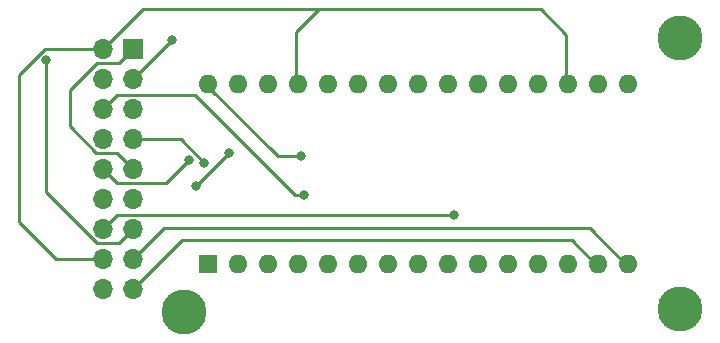
<source format=gbr>
%TF.GenerationSoftware,KiCad,Pcbnew,7.0.9*%
%TF.CreationDate,2023-12-31T16:38:03+01:00*%
%TF.ProjectId,ControlLineApp,436f6e74-726f-46c4-9c69-6e654170702e,1.0.1*%
%TF.SameCoordinates,Original*%
%TF.FileFunction,Copper,L1,Top*%
%TF.FilePolarity,Positive*%
%FSLAX46Y46*%
G04 Gerber Fmt 4.6, Leading zero omitted, Abs format (unit mm)*
G04 Created by KiCad (PCBNEW 7.0.9) date 2023-12-31 16:38:03*
%MOMM*%
%LPD*%
G01*
G04 APERTURE LIST*
%TA.AperFunction,ComponentPad*%
%ADD10C,3.800000*%
%TD*%
%TA.AperFunction,ComponentPad*%
%ADD11R,1.600000X1.600000*%
%TD*%
%TA.AperFunction,ComponentPad*%
%ADD12O,1.600000X1.600000*%
%TD*%
%TA.AperFunction,ComponentPad*%
%ADD13R,1.700000X1.700000*%
%TD*%
%TA.AperFunction,ComponentPad*%
%ADD14O,1.700000X1.700000*%
%TD*%
%TA.AperFunction,ViaPad*%
%ADD15C,0.800000*%
%TD*%
%TA.AperFunction,Conductor*%
%ADD16C,0.250000*%
%TD*%
G04 APERTURE END LIST*
D10*
%TO.P, ,1*%
%TO.N,N/C*%
X165000000Y-89000000D03*
%TD*%
D11*
%TO.P,A2,1,TX1*%
%TO.N,unconnected-(A2-TX1-Pad1)*%
X124968000Y-108204000D03*
D12*
%TO.P,A2,2,RX1*%
%TO.N,unconnected-(A2-RX1-Pad2)*%
X127508000Y-108204000D03*
%TO.P,A2,3,~{RESET}*%
%TO.N,unconnected-(A2-~{RESET}-Pad3)*%
X130048000Y-108204000D03*
%TO.P,A2,4,GND*%
%TO.N,GNDREF*%
X132588000Y-108204000D03*
%TO.P,A2,5,D2*%
%TO.N,UserButton*%
X135128000Y-108204000D03*
%TO.P,A2,6,D3*%
%TO.N,Net-(A2-D3)*%
X137668000Y-108204000D03*
%TO.P,A2,7,D4*%
%TO.N,unconnected-(A2-D4-Pad7)*%
X140208000Y-108204000D03*
%TO.P,A2,8,D5*%
%TO.N,unconnected-(A2-D5-Pad8)*%
X142748000Y-108204000D03*
%TO.P,A2,9,D6*%
%TO.N,unconnected-(A2-D6-Pad9)*%
X145288000Y-108204000D03*
%TO.P,A2,10,D7*%
%TO.N,unconnected-(A2-D7-Pad10)*%
X147828000Y-108204000D03*
%TO.P,A2,11,D8*%
%TO.N,SS_SPI*%
X150368000Y-108204000D03*
%TO.P,A2,12,D9*%
%TO.N,ServoPulse*%
X152908000Y-108204000D03*
%TO.P,A2,13,D10*%
%TO.N,unconnected-(A2-D10-Pad13)*%
X155448000Y-108204000D03*
%TO.P,A2,14,MOSI*%
%TO.N,MOSI_SPI*%
X157988000Y-108204000D03*
%TO.P,A2,15,MISO*%
%TO.N,MISO_SPI*%
X160528000Y-108204000D03*
%TO.P,A2,16,SCK*%
%TO.N,SCK_SPI*%
X160528000Y-92964000D03*
%TO.P,A2,17,3V3*%
%TO.N,unconnected-(A2-3V3-Pad17)*%
X157988000Y-92964000D03*
%TO.P,A2,18,AREF*%
%TO.N,+5V*%
X155448000Y-92964000D03*
%TO.P,A2,19,A0*%
%TO.N,Poti10K*%
X152908000Y-92964000D03*
%TO.P,A2,20,A1*%
%TO.N,VPCell_1*%
X150368000Y-92964000D03*
%TO.P,A2,21,A2*%
%TO.N,Net-(A2-A2)*%
X147828000Y-92964000D03*
%TO.P,A2,22,A3*%
%TO.N,unconnected-(A2-A3-Pad22)*%
X145288000Y-92964000D03*
%TO.P,A2,23,SDA/A4*%
%TO.N,SDA*%
X142748000Y-92964000D03*
%TO.P,A2,24,SCL/A5*%
%TO.N,SCL*%
X140208000Y-92964000D03*
%TO.P,A2,25,A6*%
%TO.N,unconnected-(A2-A6-Pad25)*%
X137668000Y-92964000D03*
%TO.P,A2,26,A7*%
%TO.N,unconnected-(A2-A7-Pad26)*%
X135128000Y-92964000D03*
%TO.P,A2,27,+5V*%
%TO.N,+5V*%
X132588000Y-92964000D03*
%TO.P,A2,28,~{RESET}*%
%TO.N,unconnected-(A2-~{RESET}-Pad28)*%
X130048000Y-92964000D03*
%TO.P,A2,29,GND*%
%TO.N,GNDREF*%
X127508000Y-92964000D03*
%TO.P,A2,30,VIN*%
%TO.N,VDD*%
X124968000Y-92964000D03*
%TD*%
D13*
%TO.P,J2,1,Pin_1*%
%TO.N,VDD*%
X118655000Y-90000000D03*
D14*
%TO.P,J2,2,Pin_2*%
%TO.N,+5V*%
X116115000Y-90000000D03*
%TO.P,J2,3,Pin_3*%
%TO.N,VPCell_1*%
X118655000Y-92540000D03*
%TO.P,J2,4,Pin_4*%
%TO.N,Poti10K*%
X116115000Y-92540000D03*
%TO.P,J2,5,Pin_5*%
%TO.N,GNDREF*%
X118655000Y-95080000D03*
%TO.P,J2,6,Pin_6*%
%TO.N,UserButton*%
X116115000Y-95080000D03*
%TO.P,J2,7,Pin_7*%
%TO.N,ServoPulse*%
X118655000Y-97620000D03*
%TO.P,J2,8,Pin_8*%
%TO.N,LED_A*%
X116115000Y-97620000D03*
%TO.P,J2,9,Pin_9*%
%TO.N,VDD*%
X118655000Y-100160000D03*
%TO.P,J2,10,Pin_10*%
%TO.N,SCL*%
X116115000Y-100160000D03*
%TO.P,J2,11,Pin_11*%
%TO.N,GNDREF*%
X118655000Y-102700000D03*
%TO.P,J2,12,Pin_12*%
%TO.N,SDA*%
X116115000Y-102700000D03*
%TO.P,J2,13,Pin_13*%
%TO.N,SCK_SPI*%
X118655000Y-105240000D03*
%TO.P,J2,14,Pin_14*%
%TO.N,SS_SPI*%
X116115000Y-105240000D03*
%TO.P,J2,15,Pin_15*%
%TO.N,MISO_SPI*%
X118655000Y-107780000D03*
%TO.P,J2,16,Pin_16*%
%TO.N,+5V*%
X116115000Y-107780000D03*
%TO.P,J2,17,Pin_17*%
%TO.N,MOSI_SPI*%
X118655000Y-110320000D03*
%TO.P,J2,18,Pin_18*%
%TO.N,GNDREF*%
X116115000Y-110320000D03*
%TD*%
D10*
%TO.P, ,1*%
%TO.N,N/C*%
X122936000Y-112268000D03*
%TD*%
%TO.P, ,1*%
%TO.N,N/C*%
X165000000Y-112000000D03*
%TD*%
D15*
%TO.N,VPCell_1*%
X121965500Y-89199500D03*
%TO.N,VDD*%
X132842000Y-99060000D03*
%TO.N,UserButton*%
X133096000Y-102362000D03*
%TO.N,SS_SPI*%
X145796000Y-104065000D03*
%TO.N,ServoPulse*%
X124695250Y-99586750D03*
%TO.N,SDA*%
X126746000Y-98806000D03*
X123952000Y-101600000D03*
%TO.N,SCL*%
X123420950Y-99337050D03*
%TO.N,SCK_SPI*%
X111256299Y-90936299D03*
%TD*%
D16*
%TO.N,Net-(A2-A2)*%
X147574000Y-92874000D02*
X147700000Y-93000000D01*
%TO.N,VPCell_1*%
X121965500Y-89199500D02*
X118625000Y-92540000D01*
%TO.N,VDD*%
X113284000Y-93472000D02*
X115570000Y-91186000D01*
X115559000Y-98795000D02*
X113284000Y-96520000D01*
X117260000Y-98795000D02*
X115559000Y-98795000D01*
X113284000Y-96520000D02*
X113284000Y-93472000D01*
X117439000Y-91186000D02*
X118625000Y-90000000D01*
X132842000Y-99060000D02*
X130900000Y-99060000D01*
X130900000Y-99060000D02*
X124840000Y-93000000D01*
X118625000Y-100160000D02*
X117260000Y-98795000D01*
X115570000Y-91186000D02*
X117439000Y-91186000D01*
%TO.N,UserButton*%
X133096000Y-102362000D02*
X132334000Y-102362000D01*
X132334000Y-102362000D02*
X123877000Y-93905000D01*
X117260000Y-93905000D02*
X116085000Y-95080000D01*
X123877000Y-93905000D02*
X117260000Y-93905000D01*
%TO.N,SS_SPI*%
X145796000Y-104065000D02*
X128703000Y-104065000D01*
X116085000Y-105240000D02*
X117260000Y-104065000D01*
X117260000Y-104065000D02*
X128703000Y-104065000D01*
%TO.N,ServoPulse*%
X122728500Y-97620000D02*
X118625000Y-97620000D01*
X124695250Y-99586750D02*
X122728500Y-97620000D01*
%TO.N,MOSI_SPI*%
X118625000Y-110320000D02*
X122773000Y-106172000D01*
X122773000Y-106172000D02*
X134620000Y-106172000D01*
X134366000Y-106172000D02*
X155792000Y-106172000D01*
X155792000Y-106172000D02*
X157860000Y-108240000D01*
%TO.N,MISO_SPI*%
X134366000Y-105156000D02*
X157316000Y-105156000D01*
X134366000Y-105156000D02*
X121249000Y-105156000D01*
X121249000Y-105156000D02*
X118625000Y-107780000D01*
X157316000Y-105156000D02*
X160400000Y-108240000D01*
%TO.N,SDA*%
X126746000Y-98806000D02*
X123952000Y-101600000D01*
%TO.N,SCL*%
X121423000Y-101335000D02*
X117290000Y-101335000D01*
X117290000Y-101335000D02*
X116115000Y-100160000D01*
X123420950Y-99337050D02*
X121423000Y-101335000D01*
%TO.N,SCK_SPI*%
X115628299Y-106415000D02*
X117480000Y-106415000D01*
X117480000Y-106415000D02*
X118655000Y-105240000D01*
X111256299Y-102043000D02*
X115628299Y-106415000D01*
X111256299Y-90936299D02*
X111256299Y-102043000D01*
%TO.N,+5V*%
X132460000Y-88520000D02*
X134366000Y-86614000D01*
X134366000Y-86614000D02*
X153162000Y-86614000D01*
X111168000Y-90000000D02*
X108966000Y-92202000D01*
X153162000Y-86614000D02*
X155320000Y-88772000D01*
X119471000Y-86614000D02*
X134366000Y-86614000D01*
X155320000Y-88772000D02*
X155320000Y-93000000D01*
X108966000Y-104648000D02*
X112098000Y-107780000D01*
X116085000Y-90000000D02*
X111168000Y-90000000D01*
X116085000Y-90000000D02*
X119471000Y-86614000D01*
X108966000Y-92202000D02*
X108966000Y-104648000D01*
X132460000Y-93000000D02*
X132460000Y-88520000D01*
X112098000Y-107780000D02*
X116085000Y-107780000D01*
%TD*%
M02*

</source>
